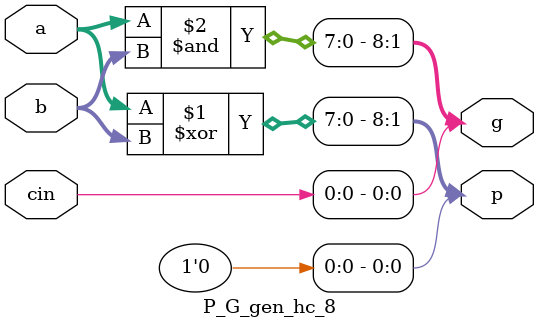
<source format=v>
/* verilator lint_off UNUSEDSIGNAL */
module HC_8 (a,b,cin,sum,cout);

input [8:1]a;
input [8:1]b;
input cin;
output [8:1]sum;
output cout;

wire [8:0]p;
wire [8:0]g;

P_G_gen_hc_8 pg_gen_hc (a,b,cin,p,g);

//level1

wire [3:0] gnpg_level1;
wire [3:0] pp_level1;

genvar i;
generate
     for (i = 0;i<4 ;i=i+1 ) begin
        assign gnpg_level1[i]=g[i*2+1]|p[i*2+1]&g[2*i];  // gnpg[0]=g1+p1g0
        assign pp_level1[i]=p[i*2+1]&p[i*2];              // pp[0]=p1p0
   end
endgenerate

//level2
wire  [3:0] gnpg_level2;
wire  [3:0] pp_level2;
assign gnpg_level2[0]=gnpg_level1[0];
assign pp_level2[0]=pp_level1[0];

generate
    for (i = 1;i<4 ;i=i+1 ) begin
        assign gnpg_level2[i]=gnpg_level1[i]|pp_level1[i]&gnpg_level1[i-1];  
        assign pp_level2[i]=pp_level1[i]&pp_level1[i-1];
   end
endgenerate


//level3
wire [3:0] gnpg_level3;
wire [3:0] pp_level3;
assign gnpg_level3[0]=gnpg_level2[0];
assign pp_level3[0]=pp_level2[0];
assign gnpg_level3[1]=gnpg_level2[1];
assign pp_level3[1]=pp_level2[1];

generate
    for (i = 2;i<4;i=i+1 ) begin
        assign gnpg_level3[i]=gnpg_level2[i]|pp_level2[i]&gnpg_level2[i-2]; 
        assign pp_level3[i]=pp_level2[i]&pp_level2[i-2];
   end
endgenerate

assign sum[1]= cin^p[1];
generate
    for (i =1 ;i<5 ;i=i+1 ) begin
        assign sum[2*i]=gnpg_level3[i-1]^p[2*i];  // 2 4 6 8 
    end
endgenerate

wire [4:1]c2n_1;
generate
    for (i =1;i<4 ;i=i+1 ) begin
     assign c2n_1[i]= g[2*i]|p[2*i]&gnpg_level3[i-1]; // 1 3 5 
     assign sum[2*i+1]=c2n_1[i]^p[2*i+1];
    end 
endgenerate

assign cout = g[8]| p[8]&gnpg_level3[3];

endmodule

module P_G_gen_hc_8 (a,b,cin,p,g);
input [7:0]a;
input [7:0]b;
input cin;
output [8:0]p;
output [8:0]g;
assign g[0]=cin;
assign p[0]=0;
assign p[8:1]=a^b;
assign g[8:1]=a&b;
endmodule


</source>
